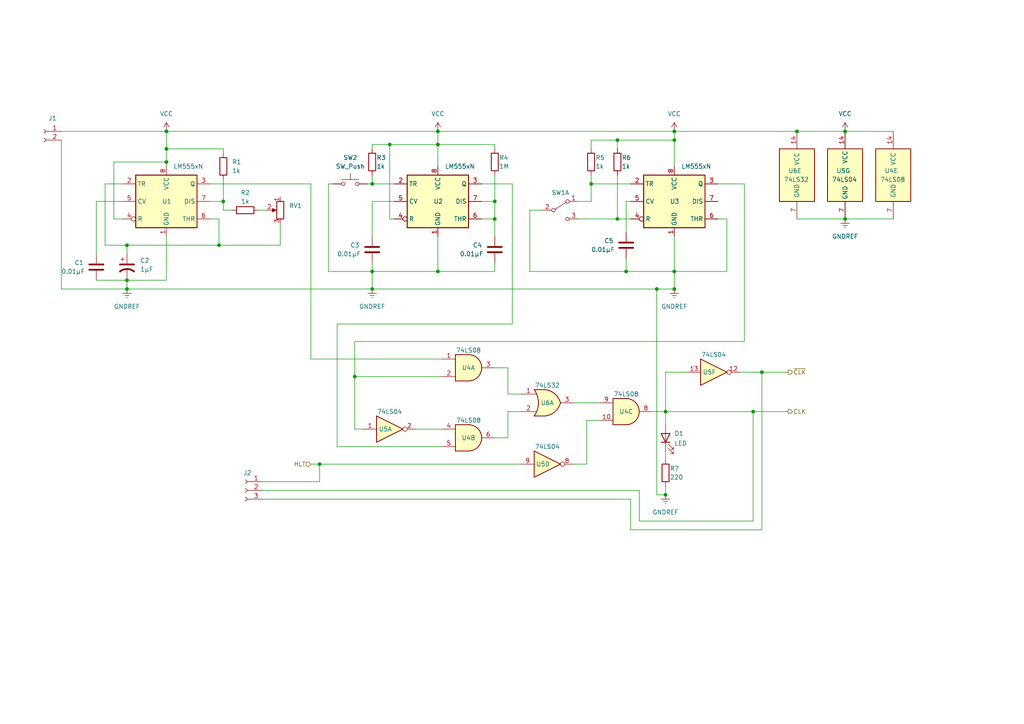
<source format=kicad_sch>
(kicad_sch (version 20211123) (generator eeschema)
  (paper "A4")
  (title_block (title "Clock Module") (date "2022-10-18") (rev "1.0") (company "Ian Jackson") (comment 1 "Design by Ben Eater"))
  (lib_symbols
    (symbol "74xx:74LS04"
      (property "Reference" "U" (at 0 1.27 0))
      (property "Value" "74LS04" (at 0 -1.27 0))
      (symbol "74LS04_1_0"
        (polyline (pts (xy -3.81 3.81) (xy -3.81 -3.81) (xy 3.81 0) (xy -3.81 3.81)) (stroke (width 0.254)) (fill (type background)))
        (pin input line (at -7.62 0 0) (length 3.81) (name "~") (number "1"))
        (pin output inverted (at 7.62 0 180) (length 3.81) (name "~") (number "2"))
      )
      (symbol "74LS04_2_0"
        (polyline (pts (xy -3.81 3.81) (xy -3.81 -3.81) (xy 3.81 0) (xy -3.81 3.81)) (stroke (width 0.254)) (fill (type background)))
        (pin input line (at -7.62 0 0) (length 3.81) (name "~") (number "3"))
        (pin output inverted (at 7.62 0 180) (length 3.81) (name "~") (number "4"))
      )
      (symbol "74LS04_3_0"
        (polyline (pts (xy -3.81 3.81) (xy -3.81 -3.81) (xy 3.81 0) (xy -3.81 3.81)) (stroke (width 0.254)) (fill (type background)))
        (pin input line (at -7.62 0 0) (length 3.81) (name "~") (number "5"))
        (pin output inverted (at 7.62 0 180) (length 3.81) (name "~") (number "6"))
      )
      (symbol "74LS04_4_0"
        (polyline (pts (xy -3.81 3.81) (xy -3.81 -3.81) (xy 3.81 0) (xy -3.81 3.81)) (stroke (width 0.254)) (fill (type background)))
        (pin output inverted (at 7.62 0 180) (length 3.81) (name "~") (number "8"))
        (pin input line (at -7.62 0 0) (length 3.81) (name "~") (number "9"))
      )
      (symbol "74LS04_5_0"
        (polyline (pts (xy -3.81 3.81) (xy -3.81 -3.81) (xy 3.81 0) (xy -3.81 3.81)) (stroke (width 0.254)) (fill (type background)))
        (pin output inverted (at 7.62 0 180) (length 3.81) (name "~") (number "10"))
        (pin input line (at -7.62 0 0) (length 3.81) (name "~") (number "11"))
      )
      (symbol "74LS04_6_0"
        (polyline (pts (xy -3.81 3.81) (xy -3.81 -3.81) (xy 3.81 0) (xy -3.81 3.81)) (stroke (width 0.254)) (fill (type background)))
        (pin output inverted (at 7.62 0 180) (length 3.81) (name "~") (number "12"))
        (pin input line (at -7.62 0 0) (length 3.81) (name "~") (number "13"))
      )
      (symbol "74LS04_7_0"
        (pin power_in line (at 0 12.7 270) (length 5.08) (name "VCC") (number "14"))
        (pin power_in line (at 0 -12.7 90) (length 5.08) (name "GND") (number "7"))
      )
      (symbol "74LS04_7_1"
        (rectangle (start -5.08 7.62) (end 5.08 -7.62) (stroke (width 0.254)) (fill (type background)))
      )
    )
    (symbol "74xx:74LS08" (pin_names (offset 1.016))
      (property "Reference" "U" (at 0 1.27 0))
      (property "Value" "74LS08" (at 0 -1.27 0))
      (symbol "74LS08_1_1"
        (arc (start 0 -3.81) (mid 3.81 0) (end 0 3.81) (stroke (width 0.254)) (fill (type background)))
        (polyline (pts (xy 0 3.81) (xy -3.81 3.81) (xy -3.81 -3.81) (xy 0 -3.81)) (stroke (width 0.254)) (fill (type background)))
        (pin input line (at -7.62 2.54 0) (length 3.81) (name "~") (number "1"))
        (pin input line (at -7.62 -2.54 0) (length 3.81) (name "~") (number "2"))
        (pin output line (at 7.62 0 180) (length 3.81) (name "~") (number "3"))
      )
      (symbol "74LS08_1_2"
        (arc (start -3.81 -3.81) (mid -2.589 0) (end -3.81 3.81) (stroke (width 0.254)))
        (arc (start -0.6096 -3.81) (mid 2.1842 -2.5851) (end 3.81 0) (stroke (width 0.254)) (fill (type background)))
        (polyline (pts (xy -3.81 -3.81) (xy -0.635 -3.81)) (stroke (width 0.254)) (fill (type background)))
        (polyline (pts (xy -3.81 3.81) (xy -0.635 3.81)) (stroke (width 0.254)) (fill (type background)))
        (polyline (pts (xy -0.635 3.81) (xy -3.81 3.81) (xy -3.81 3.81) (xy -3.556 3.4036) (xy -3.0226 2.2606) (xy -2.6924 1.0414) (xy -2.6162 -0.254) (xy -2.7686 -1.4986) (xy -3.175 -2.7178) (xy -3.81 -3.81) (xy -3.81 -3.81) (xy -0.635 -3.81)) (stroke (width -25.4)) (fill (type background)))
        (arc (start 3.81 0) (mid 2.1915 2.5936) (end -0.6096 3.81) (stroke (width 0.254)) (fill (type background)))
        (pin input inverted (at -7.62 2.54 0) (length 4.318) (name "~") (number "1"))
        (pin input inverted (at -7.62 -2.54 0) (length 4.318) (name "~") (number "2"))
        (pin output inverted (at 7.62 0 180) (length 3.81) (name "~") (number "3"))
      )
      (symbol "74LS08_2_1"
        (arc (start 0 -3.81) (mid 3.81 0) (end 0 3.81) (stroke (width 0.254)) (fill (type background)))
        (polyline (pts (xy 0 3.81) (xy -3.81 3.81) (xy -3.81 -3.81) (xy 0 -3.81)) (stroke (width 0.254)) (fill (type background)))
        (pin input line (at -7.62 2.54 0) (length 3.81) (name "~") (number "4"))
        (pin input line (at -7.62 -2.54 0) (length 3.81) (name "~") (number "5"))
        (pin output line (at 7.62 0 180) (length 3.81) (name "~") (number "6"))
      )
      (symbol "74LS08_2_2"
        (arc (start -3.81 -3.81) (mid -2.589 0) (end -3.81 3.81) (stroke (width 0.254)))
        (arc (start -0.6096 -3.81) (mid 2.1842 -2.5851) (end 3.81 0) (stroke (width 0.254)) (fill (type background)))
        (polyline (pts (xy -3.81 -3.81) (xy -0.635 -3.81)) (stroke (width 0.254)) (fill (type background)))
        (polyline (pts (xy -3.81 3.81) (xy -0.635 3.81)) (stroke (width 0.254)) (fill (type background)))
        (polyline (pts (xy -0.635 3.81) (xy -3.81 3.81) (xy -3.81 3.81) (xy -3.556 3.4036) (xy -3.0226 2.2606) (xy -2.6924 1.0414) (xy -2.6162 -0.254) (xy -2.7686 -1.4986) (xy -3.175 -2.7178) (xy -3.81 -3.81) (xy -3.81 -3.81) (xy -0.635 -3.81)) (stroke (width -25.4)) (fill (type background)))
        (arc (start 3.81 0) (mid 2.1915 2.5936) (end -0.6096 3.81) (stroke (width 0.254)) (fill (type background)))
        (pin input inverted (at -7.62 2.54 0) (length 4.318) (name "~") (number "4"))
        (pin input inverted (at -7.62 -2.54 0) (length 4.318) (name "~") (number "5"))
        (pin output inverted (at 7.62 0 180) (length 3.81) (name "~") (number "6"))
      )
      (symbol "74LS08_3_1"
        (arc (start 0 -3.81) (mid 3.81 0) (end 0 3.81) (stroke (width 0.254)) (fill (type background)))
        (polyline (pts (xy 0 3.81) (xy -3.81 3.81) (xy -3.81 -3.81) (xy 0 -3.81)) (stroke (width 0.254)) (fill (type background)))
        (pin input line (at -7.62 -2.54 0) (length 3.81) (name "~") (number "10"))
        (pin output line (at 7.62 0 180) (length 3.81) (name "~") (number "8"))
        (pin input line (at -7.62 2.54 0) (length 3.81) (name "~") (number "9"))
      )
      (symbol "74LS08_3_2"
        (arc (start -3.81 -3.81) (mid -2.589 0) (end -3.81 3.81) (stroke (width 0.254)))
        (arc (start -0.6096 -3.81) (mid 2.1842 -2.5851) (end 3.81 0) (stroke (width 0.254)) (fill (type background)))
        (polyline (pts (xy -3.81 -3.81) (xy -0.635 -3.81)) (stroke (width 0.254)) (fill (type background)))
        (polyline (pts (xy -3.81 3.81) (xy -0.635 3.81)) (stroke (width 0.254)) (fill (type background)))
        (polyline (pts (xy -0.635 3.81) (xy -3.81 3.81) (xy -3.81 3.81) (xy -3.556 3.4036) (xy -3.0226 2.2606) (xy -2.6924 1.0414) (xy -2.6162 -0.254) (xy -2.7686 -1.4986) (xy -3.175 -2.7178) (xy -3.81 -3.81) (xy -3.81 -3.81) (xy -0.635 -3.81)) (stroke (width -25.4)) (fill (type background)))
        (arc (start 3.81 0) (mid 2.1915 2.5936) (end -0.6096 3.81) (stroke (width 0.254)) (fill (type background)))
        (pin input inverted (at -7.62 -2.54 0) (length 4.318) (name "~") (number "10"))
        (pin output inverted (at 7.62 0 180) (length 3.81) (name "~") (number "8"))
        (pin input inverted (at -7.62 2.54 0) (length 4.318) (name "~") (number "9"))
      )
      (symbol "74LS08_4_1"
        (arc (start 0 -3.81) (mid 3.81 0) (end 0 3.81) (stroke (width 0.254)) (fill (type background)))
        (polyline (pts (xy 0 3.81) (xy -3.81 3.81) (xy -3.81 -3.81) (xy 0 -3.81)) (stroke (width 0.254)) (fill (type background)))
        (pin output line (at 7.62 0 180) (length 3.81) (name "~") (number "11"))
        (pin input line (at -7.62 2.54 0) (length 3.81) (name "~") (number "12"))
        (pin input line (at -7.62 -2.54 0) (length 3.81) (name "~") (number "13"))
      )
      (symbol "74LS08_4_2"
        (arc (start -3.81 -3.81) (mid -2.589 0) (end -3.81 3.81) (stroke (width 0.254)))
        (arc (start -0.6096 -3.81) (mid 2.1842 -2.5851) (end 3.81 0) (stroke (width 0.254)) (fill (type background)))
        (polyline (pts (xy -3.81 -3.81) (xy -0.635 -3.81)) (stroke (width 0.254)) (fill (type background)))
        (polyline (pts (xy -3.81 3.81) (xy -0.635 3.81)) (stroke (width 0.254)) (fill (type background)))
        (polyline (pts (xy -0.635 3.81) (xy -3.81 3.81) (xy -3.81 3.81) (xy -3.556 3.4036) (xy -3.0226 2.2606) (xy -2.6924 1.0414) (xy -2.6162 -0.254) (xy -2.7686 -1.4986) (xy -3.175 -2.7178) (xy -3.81 -3.81) (xy -3.81 -3.81) (xy -0.635 -3.81)) (stroke (width -25.4)) (fill (type background)))
        (arc (start 3.81 0) (mid 2.1915 2.5936) (end -0.6096 3.81) (stroke (width 0.254)) (fill (type background)))
        (pin output inverted (at 7.62 0 180) (length 3.81) (name "~") (number "11"))
        (pin input inverted (at -7.62 2.54 0) (length 4.318) (name "~") (number "12"))
        (pin input inverted (at -7.62 -2.54 0) (length 4.318) (name "~") (number "13"))
      )
      (symbol "74LS08_5_0"
        (pin power_in line (at 0 12.7 270) (length 5.08) (name "VCC") (number "14"))
        (pin power_in line (at 0 -12.7 90) (length 5.08) (name "GND") (number "7"))
      )
      (symbol "74LS08_5_1"
        (rectangle (start -5.08 7.62) (end 5.08 -7.62) (stroke (width 0.254)) (fill (type background)))
      )
    )
    (symbol "74xx:74LS32" (pin_names (offset 1.016))
      (property "Reference" "U" (at 0 1.27 0))
      (property "Value" "74LS32" (at 0 -1.27 0))
      (symbol "74LS32_1_1"
        (arc (start -3.81 -3.81) (mid -2.589 0) (end -3.81 3.81) (stroke (width 0.254)))
        (arc (start -0.6096 -3.81) (mid 2.1842 -2.5851) (end 3.81 0) (stroke (width 0.254)) (fill (type background)))
        (polyline (pts (xy -3.81 -3.81) (xy -0.635 -3.81)) (stroke (width 0.254)) (fill (type background)))
        (polyline (pts (xy -3.81 3.81) (xy -0.635 3.81)) (stroke (width 0.254)) (fill (type background)))
        (polyline (pts (xy -0.635 3.81) (xy -3.81 3.81) (xy -3.81 3.81) (xy -3.556 3.4036) (xy -3.0226 2.2606) (xy -2.6924 1.0414) (xy -2.6162 -0.254) (xy -2.7686 -1.4986) (xy -3.175 -2.7178) (xy -3.81 -3.81) (xy -3.81 -3.81) (xy -0.635 -3.81)) (stroke (width -25.4)) (fill (type background)))
        (arc (start 3.81 0) (mid 2.1915 2.5936) (end -0.6096 3.81) (stroke (width 0.254)) (fill (type background)))
        (pin input line (at -7.62 2.54 0) (length 4.318) (name "~") (number "1"))
        (pin input line (at -7.62 -2.54 0) (length 4.318) (name "~") (number "2"))
        (pin output line (at 7.62 0 180) (length 3.81) (name "~") (number "3"))
      )
      (symbol "74LS32_1_2"
        (arc (start 0 -3.81) (mid 3.81 0) (end 0 3.81) (stroke (width 0.254)) (fill (type background)))
        (polyline (pts (xy 0 3.81) (xy -3.81 3.81) (xy -3.81 -3.81) (xy 0 -3.81)) (stroke (width 0.254)) (fill (type background)))
        (pin input inverted (at -7.62 2.54 0) (length 3.81) (name "~") (number "1"))
        (pin input inverted (at -7.62 -2.54 0) (length 3.81) (name "~") (number "2"))
        (pin output inverted (at 7.62 0 180) (length 3.81) (name "~") (number "3"))
      )
      (symbol "74LS32_2_1"
        (arc (start -3.81 -3.81) (mid -2.589 0) (end -3.81 3.81) (stroke (width 0.254)))
        (arc (start -0.6096 -3.81) (mid 2.1842 -2.5851) (end 3.81 0) (stroke (width 0.254)) (fill (type background)))
        (polyline (pts (xy -3.81 -3.81) (xy -0.635 -3.81)) (stroke (width 0.254)) (fill (type background)))
        (polyline (pts (xy -3.81 3.81) (xy -0.635 3.81)) (stroke (width 0.254)) (fill (type background)))
        (polyline (pts (xy -0.635 3.81) (xy -3.81 3.81) (xy -3.81 3.81) (xy -3.556 3.4036) (xy -3.0226 2.2606) (xy -2.6924 1.0414) (xy -2.6162 -0.254) (xy -2.7686 -1.4986) (xy -3.175 -2.7178) (xy -3.81 -3.81) (xy -3.81 -3.81) (xy -0.635 -3.81)) (stroke (width -25.4)) (fill (type background)))
        (arc (start 3.81 0) (mid 2.1915 2.5936) (end -0.6096 3.81) (stroke (width 0.254)) (fill (type background)))
        (pin input line (at -7.62 2.54 0) (length 4.318) (name "~") (number "4"))
        (pin input line (at -7.62 -2.54 0) (length 4.318) (name "~") (number "5"))
        (pin output line (at 7.62 0 180) (length 3.81) (name "~") (number "6"))
      )
      (symbol "74LS32_2_2"
        (arc (start 0 -3.81) (mid 3.81 0) (end 0 3.81) (stroke (width 0.254)) (fill (type background)))
        (polyline (pts (xy 0 3.81) (xy -3.81 3.81) (xy -3.81 -3.81) (xy 0 -3.81)) (stroke (width 0.254)) (fill (type background)))
        (pin input inverted (at -7.62 2.54 0) (length 3.81) (name "~") (number "4"))
        (pin input inverted (at -7.62 -2.54 0) (length 3.81) (name "~") (number "5"))
        (pin output inverted (at 7.62 0 180) (length 3.81) (name "~") (number "6"))
      )
      (symbol "74LS32_3_1"
        (arc (start -3.81 -3.81) (mid -2.589 0) (end -3.81 3.81) (stroke (width 0.254)))
        (arc (start -0.6096 -3.81) (mid 2.1842 -2.5851) (end 3.81 0) (stroke (width 0.254)) (fill (type background)))
        (polyline (pts (xy -3.81 -3.81) (xy -0.635 -3.81)) (stroke (width 0.254)) (fill (type background)))
        (polyline (pts (xy -3.81 3.81) (xy -0.635 3.81)) (stroke (width 0.254)) (fill (type background)))
        (polyline (pts (xy -0.635 3.81) (xy -3.81 3.81) (xy -3.81 3.81) (xy -3.556 3.4036) (xy -3.0226 2.2606) (xy -2.6924 1.0414) (xy -2.6162 -0.254) (xy -2.7686 -1.4986) (xy -3.175 -2.7178) (xy -3.81 -3.81) (xy -3.81 -3.81) (xy -0.635 -3.81)) (stroke (width -25.4)) (fill (type background)))
        (arc (start 3.81 0) (mid 2.1915 2.5936) (end -0.6096 3.81) (stroke (width 0.254)) (fill (type background)))
        (pin input line (at -7.62 -2.54 0) (length 4.318) (name "~") (number "10"))
        (pin output line (at 7.62 0 180) (length 3.81) (name "~") (number "8"))
        (pin input line (at -7.62 2.54 0) (length 4.318) (name "~") (number "9"))
      )
      (symbol "74LS32_3_2"
        (arc (start 0 -3.81) (mid 3.81 0) (end 0 3.81) (stroke (width 0.254)) (fill (type background)))
        (polyline (pts (xy 0 3.81) (xy -3.81 3.81) (xy -3.81 -3.81) (xy 0 -3.81)) (stroke (width 0.254)) (fill (type background)))
        (pin input inverted (at -7.62 -2.54 0) (length 3.81) (name "~") (number "10"))
        (pin output inverted (at 7.62 0 180) (length 3.81) (name "~") (number "8"))
        (pin input inverted (at -7.62 2.54 0) (length 3.81) (name "~") (number "9"))
      )
      (symbol "74LS32_4_1"
        (arc (start -3.81 -3.81) (mid -2.589 0) (end -3.81 3.81) (stroke (width 0.254)))
        (arc (start -0.6096 -3.81) (mid 2.1842 -2.5851) (end 3.81 0) (stroke (width 0.254)) (fill (type background)))
        (polyline (pts (xy -3.81 -3.81) (xy -0.635 -3.81)) (stroke (width 0.254)) (fill (type background)))
        (polyline (pts (xy -3.81 3.81) (xy -0.635 3.81)) (stroke (width 0.254)) (fill (type background)))
        (polyline (pts (xy -0.635 3.81) (xy -3.81 3.81) (xy -3.81 3.81) (xy -3.556 3.4036) (xy -3.0226 2.2606) (xy -2.6924 1.0414) (xy -2.6162 -0.254) (xy -2.7686 -1.4986) (xy -3.175 -2.7178) (xy -3.81 -3.81) (xy -3.81 -3.81) (xy -0.635 -3.81)) (stroke (width -25.4)) (fill (type background)))
        (arc (start 3.81 0) (mid 2.1915 2.5936) (end -0.6096 3.81) (stroke (width 0.254)) (fill (type background)))
        (pin output line (at 7.62 0 180) (length 3.81) (name "~") (number "11"))
        (pin input line (at -7.62 2.54 0) (length 4.318) (name "~") (number "12"))
        (pin input line (at -7.62 -2.54 0) (length 4.318) (name "~") (number "13"))
      )
      (symbol "74LS32_4_2"
        (arc (start 0 -3.81) (mid 3.81 0) (end 0 3.81) (stroke (width 0.254)) (fill (type background)))
        (polyline (pts (xy 0 3.81) (xy -3.81 3.81) (xy -3.81 -3.81) (xy 0 -3.81)) (stroke (width 0.254)) (fill (type background)))
        (pin output inverted (at 7.62 0 180) (length 3.81) (name "~") (number "11"))
        (pin input inverted (at -7.62 2.54 0) (length 3.81) (name "~") (number "12"))
        (pin input inverted (at -7.62 -2.54 0) (length 3.81) (name "~") (number "13"))
      )
      (symbol "74LS32_5_0"
        (pin power_in line (at 0 12.7 270) (length 5.08) (name "VCC") (number "14"))
        (pin power_in line (at 0 -12.7 90) (length 5.08) (name "GND") (number "7"))
      )
      (symbol "74LS32_5_1"
        (rectangle (start -5.08 7.62) (end 5.08 -7.62) (stroke (width 0.254)) (fill (type background)))
      )
    )
    (symbol "Connector:Conn_01x02_Female" (pin_names (offset 1.016) hide)
      (property "Reference" "J" (at 0 2.54 0))
      (property "Value" "Conn_01x02_Female" (at 0 -5.08 0))
      (symbol "Conn_01x02_Female_1_1"
        (arc (start 0 -2.032) (mid -0.508 -2.54) (end 0 -3.048) (stroke (width 0.1524)))
        (polyline (pts (xy -1.27 -2.54) (xy -0.508 -2.54)) (stroke (width 0.1524)))
        (polyline (pts (xy -1.27 0) (xy -0.508 0)) (stroke (width 0.1524)))
        (arc (start 0 0.508) (mid -0.508 0) (end 0 -0.508) (stroke (width 0.1524)))
        (pin passive line (at -5.08 0 0) (length 3.81) (name "Pin_1") (number "1"))
        (pin passive line (at -5.08 -2.54 0) (length 3.81) (name "Pin_2") (number "2"))
      )
    )
    (symbol "Connector:Conn_01x03_Female" (pin_names (offset 1.016) hide)
      (property "Reference" "J" (at 0 5.08 0))
      (property "Value" "Conn_01x03_Female" (at 0 -5.08 0))
      (symbol "Conn_01x03_Female_1_1"
        (arc (start 0 -2.032) (mid -0.508 -2.54) (end 0 -3.048) (stroke (width 0.1524)))
        (polyline (pts (xy -1.27 -2.54) (xy -0.508 -2.54)) (stroke (width 0.1524)))
        (polyline (pts (xy -1.27 0) (xy -0.508 0)) (stroke (width 0.1524)))
        (polyline (pts (xy -1.27 2.54) (xy -0.508 2.54)) (stroke (width 0.1524)))
        (arc (start 0 0.508) (mid -0.508 0) (end 0 -0.508) (stroke (width 0.1524)))
        (arc (start 0 3.048) (mid -0.508 2.54) (end 0 2.032) (stroke (width 0.1524)))
        (pin passive line (at -5.08 2.54 0) (length 3.81) (name "Pin_1") (number "1"))
        (pin passive line (at -5.08 0 0) (length 3.81) (name "Pin_2") (number "2"))
        (pin passive line (at -5.08 -2.54 0) (length 3.81) (name "Pin_3") (number "3"))
      )
    )
    (symbol "Device:C" (pin_numbers hide) (pin_names (offset 0.254))
      (property "Reference" "C" (at 0.635 2.54 0))
      (property "Value" "C" (at 0.635 -2.54 0))
      (symbol "C_0_1"
        (polyline (pts (xy -2.032 -0.762) (xy 2.032 -0.762)) (stroke (width 0.508)))
        (polyline (pts (xy -2.032 0.762) (xy 2.032 0.762)) (stroke (width 0.508)))
      )
      (symbol "C_1_1"
        (pin passive line (at 0 3.81 270) (length 2.794) (name "~") (number "1"))
        (pin passive line (at 0 -3.81 90) (length 2.794) (name "~") (number "2"))
      )
    )
    (symbol "Device:C_Polarized_US" (pin_numbers hide) (pin_names (offset 0.254) hide)
      (property "Reference" "C" (at 0.635 2.54 0))
      (property "Value" "C_Polarized_US" (at 0.635 -2.54 0))
      (symbol "C_Polarized_US_0_1"
        (polyline (pts (xy -2.032 0.762) (xy 2.032 0.762)) (stroke (width 0.508)))
        (polyline (pts (xy -1.778 2.286) (xy -0.762 2.286)))
        (polyline (pts (xy -1.27 1.778) (xy -1.27 2.794)))
        (arc (start 2.032 -1.27) (mid 0 -0.5572) (end -2.032 -1.27) (stroke (width 0.508)))
      )
      (symbol "C_Polarized_US_1_1"
        (pin passive line (at 0 3.81 270) (length 2.794) (name "~") (number "1"))
        (pin passive line (at 0 -3.81 90) (length 3.302) (name "~") (number "2"))
      )
    )
    (symbol "Device:LED" (pin_numbers hide) (pin_names (offset 1.016) hide)
      (property "Reference" "D" (at 0 2.54 0))
      (property "Value" "LED" (at 0 -2.54 0))
      (symbol "LED_0_1"
        (polyline (pts (xy -1.27 -1.27) (xy -1.27 1.27)) (stroke (width 0.254)))
        (polyline (pts (xy -1.27 0) (xy 1.27 0)))
        (polyline (pts (xy 1.27 -1.27) (xy 1.27 1.27) (xy -1.27 0) (xy 1.27 -1.27)) (stroke (width 0.254)))
        (polyline (pts (xy -3.048 -0.762) (xy -4.572 -2.286) (xy -3.81 -2.286) (xy -4.572 -2.286) (xy -4.572 -1.524)))
        (polyline (pts (xy -1.778 -0.762) (xy -3.302 -2.286) (xy -2.54 -2.286) (xy -3.302 -2.286) (xy -3.302 -1.524)))
      )
      (symbol "LED_1_1"
        (pin passive line (at -3.81 0 0) (length 2.54) (name "K") (number "1"))
        (pin passive line (at 3.81 0 180) (length 2.54) (name "A") (number "2"))
      )
    )
    (symbol "Device:R" (pin_numbers hide) (pin_names (offset 0))
      (property "Reference" "R" (at 2.032 0 90))
      (property "Value" "R" (at 0 0 90))
      (symbol "R_0_1"
        (rectangle (start -1.016 -2.54) (end 1.016 2.54) (stroke (width 0.254)))
      )
      (symbol "R_1_1"
        (pin passive line (at 0 3.81 270) (length 1.27) (name "~") (number "1"))
        (pin passive line (at 0 -3.81 90) (length 1.27) (name "~") (number "2"))
      )
    )
    (symbol "Device:R_Potentiometer" (pin_names (offset 1.016) hide)
      (property "Reference" "RV" (at -4.445 0 90))
      (property "Value" "R_Potentiometer" (at -2.54 0 90))
      (symbol "R_Potentiometer_0_1"
        (polyline (pts (xy 2.54 0) (xy 1.524 0)))
        (polyline (pts (xy 1.143 0) (xy 2.286 0.508) (xy 2.286 -0.508) (xy 1.143 0)) (fill (type outline)))
        (rectangle (start 1.016 2.54) (end -1.016 -2.54) (stroke (width 0.254)))
      )
      (symbol "R_Potentiometer_1_1"
        (pin passive line (at 0 3.81 270) (length 1.27) (name "1") (number "1"))
        (pin passive line (at 3.81 0 180) (length 1.27) (name "2") (number "2"))
        (pin passive line (at 0 -3.81 90) (length 1.27) (name "3") (number "3"))
      )
    )
    (symbol "Switch:SW_DPDT_x2" (pin_names (offset 0) hide)
      (property "Reference" "SW" (at 0 4.318 0))
      (property "Value" "SW_DPDT_x2" (at 0 -5.08 0))
      (symbol "SW_DPDT_x2_0_0"
        (circle (center -2.032 0) (radius 0.508))
        (circle (center 2.032 -2.54) (radius 0.508))
      )
      (symbol "SW_DPDT_x2_0_1"
        (polyline (pts (xy -1.524 0.254) (xy 1.651 2.286)))
        (circle (center 2.032 2.54) (radius 0.508))
      )
      (symbol "SW_DPDT_x2_1_1"
        (pin passive line (at 5.08 2.54 180) (length 2.54) (name "A") (number "1"))
        (pin passive line (at -5.08 0 0) (length 2.54) (name "B") (number "2"))
        (pin passive line (at 5.08 -2.54 180) (length 2.54) (name "C") (number "3"))
      )
      (symbol "SW_DPDT_x2_2_1"
        (pin passive line (at 5.08 2.54 180) (length 2.54) (name "A") (number "4"))
        (pin passive line (at -5.08 0 0) (length 2.54) (name "B") (number "5"))
        (pin passive line (at 5.08 -2.54 180) (length 2.54) (name "C") (number "6"))
      )
    )
    (symbol "Switch:SW_Push" (pin_numbers hide) (pin_names (offset 1.016) hide)
      (property "Reference" "SW" (at 1.27 2.54 0))
      (property "Value" "SW_Push" (at 0 -1.524 0))
      (symbol "SW_Push_0_1"
        (circle (center -2.032 0) (radius 0.508))
        (polyline (pts (xy 0 1.27) (xy 0 3.048)))
        (polyline (pts (xy 2.54 1.27) (xy -2.54 1.27)))
        (circle (center 2.032 0) (radius 0.508))
        (pin passive line (at -5.08 0 0) (length 2.54) (name "1") (number "1"))
        (pin passive line (at 5.08 0 180) (length 2.54) (name "2") (number "2"))
      )
    )
    (symbol "Timer:LM555xN"
      (property "Reference" "U" (at -10.16 8.89 0))
      (property "Value" "LM555xN" (at 2.54 8.89 0))
      (symbol "LM555xN_0_0"
        (pin power_in line (at 0 -10.16 90) (length 2.54) (name "GND") (number "1"))
        (pin power_in line (at 0 10.16 270) (length 2.54) (name "VCC") (number "8"))
      )
      (symbol "LM555xN_0_1"
        (rectangle (start -8.89 -7.62) (end 8.89 7.62) (stroke (width 0.254)) (fill (type background)))
        (rectangle (start -8.89 -7.62) (end 8.89 7.62) (stroke (width 0.254)) (fill (type background)))
      )
      (symbol "LM555xN_1_1"
        (pin input line (at -12.7 5.08 0) (length 3.81) (name "TR") (number "2"))
        (pin output line (at 12.7 5.08 180) (length 3.81) (name "Q") (number "3"))
        (pin input inverted (at -12.7 -5.08 0) (length 3.81) (name "R") (number "4"))
        (pin input line (at -12.7 0 0) (length 3.81) (name "CV") (number "5"))
        (pin input line (at 12.7 -5.08 180) (length 3.81) (name "THR") (number "6"))
        (pin input line (at 12.7 0 180) (length 3.81) (name "DIS") (number "7"))
      )
    )
    (symbol "power:GNDREF" (power) (pin_names (offset 0))
      (property "Value" "GNDREF" (at 0 -3.81 0))
      (symbol "GNDREF_0_1"
        (polyline (pts (xy -0.635 -1.905) (xy 0.635 -1.905)))
        (polyline (pts (xy -0.127 -2.54) (xy 0.127 -2.54)))
        (polyline (pts (xy 0 -1.27) (xy 0 0)))
        (polyline (pts (xy 1.27 -1.27) (xy -1.27 -1.27)))
      )
      (symbol "GNDREF_1_1"
        (pin power_in line (at 0 0 270) (length 0) hide (name "GNDREF") (number "1"))
      )
    )
    (symbol "power:VCC" (power) (pin_names (offset 0))
      (property "Value" "VCC" (at 0 3.81 0))
      (symbol "VCC_0_1"
        (polyline (pts (xy -0.762 1.27) (xy 0 2.54)))
        (polyline (pts (xy 0 0) (xy 0 2.54)))
        (polyline (pts (xy 0 2.54) (xy 0.762 1.27)))
      )
      (symbol "VCC_1_1"
        (pin power_in line (at 0 0 90) (length 0) hide (name "VCC") (number "1"))
      )
    )
  )
  (junction (at 195.58 38.1))
  (junction (at 107.95 53.34))
  (junction (at 245.11 38.1))
  (junction (at 193.04 143.51))
  (junction (at 63.5 71.12))
  (junction (at 193.04 119.38))
  (junction (at 107.95 83.82))
  (junction (at 245.11 63.5))
  (junction (at 127 41.91))
  (junction (at 171.45 53.34))
  (junction (at 195.58 40.64))
  (junction (at 220.98 107.95))
  (junction (at 36.83 71.12))
  (junction (at 113.03 41.91))
  (junction (at 179.07 63.5))
  (junction (at 102.87 109.22))
  (junction (at 143.51 63.5))
  (junction (at 48.26 43.18))
  (junction (at 64.77 58.42))
  (junction (at 36.83 81.28))
  (junction (at 179.07 40.64))
  (junction (at 127 78.74))
  (junction (at 48.26 38.1))
  (junction (at 127 38.1))
  (junction (at 36.83 83.82))
  (junction (at 190.5 83.82))
  (junction (at 92.71 134.62))
  (junction (at 143.51 58.42))
  (junction (at 48.26 46.99))
  (junction (at 195.58 78.74))
  (junction (at 195.58 83.82))
  (junction (at 231.14 38.1))
  (junction (at 181.61 78.74))
  (junction (at 218.44 119.38))
  (junction (at 107.95 78.74))
  (wire (pts (xy 107.95 50.8) (xy 107.95 53.34)))
  (wire (pts (xy 30.48 71.12) (xy 30.48 53.34)))
  (wire (pts (xy 210.82 63.5) (xy 210.82 78.74)))
  (wire (pts (xy 214.63 107.95) (xy 220.98 107.95)))
  (wire (pts (xy 48.26 81.28) (xy 36.83 81.28)))
  (wire (pts (xy 143.51 78.74) (xy 127 78.74)))
  (wire (pts (xy 153.67 78.74) (xy 153.67 60.96)))
  (wire (pts (xy 193.04 143.51) (xy 190.5 143.51)))
  (wire (pts (xy 30.48 71.12) (xy 36.83 71.12)))
  (wire (pts (xy 107.95 41.91) (xy 113.03 41.91)))
  (wire (pts (xy 90.17 104.14) (xy 128.27 104.14)))
  (wire (pts (xy 36.83 81.28) (xy 36.83 83.82)))
  (wire (pts (xy 220.98 107.95) (xy 228.6 107.95)))
  (wire (pts (xy 170.18 121.92) (xy 173.99 121.92)))
  (wire (pts (xy 36.83 71.12) (xy 63.5 71.12)))
  (wire (pts (xy 231.14 38.1) (xy 245.11 38.1)))
  (wire (pts (xy 179.07 63.5) (xy 182.88 63.5)))
  (wire (pts (xy 170.18 134.62) (xy 170.18 121.92)))
  (wire (pts (xy 81.28 64.77) (xy 81.28 71.12)))
  (wire (pts (xy 143.51 106.68) (xy 147.32 106.68)))
  (wire (pts (xy 128.27 129.54) (xy 97.79 129.54)))
  (wire (pts (xy 245.11 63.5) (xy 259.08 63.5)))
  (wire (pts (xy 92.71 139.7) (xy 92.71 134.62)))
  (wire (pts (xy 107.95 53.34) (xy 114.3 53.34)))
  (wire (pts (xy 245.11 38.1) (xy 259.08 38.1)))
  (wire (pts (xy 195.58 78.74) (xy 195.58 83.82)))
  (wire (pts (xy 81.28 71.12) (xy 63.5 71.12)))
  (wire (pts (xy 95.25 78.74) (xy 107.95 78.74)))
  (wire (pts (xy 167.64 63.5) (xy 179.07 63.5)))
  (wire (pts (xy 127 38.1) (xy 195.58 38.1)))
  (wire (pts (xy 35.56 63.5) (xy 33.02 63.5)))
  (wire (pts (xy 199.39 107.95) (xy 193.04 107.95)))
  (wire (pts (xy 208.28 63.5) (xy 210.82 63.5)))
  (wire (pts (xy 147.32 127) (xy 147.32 119.38)))
  (wire (pts (xy 92.71 134.62) (xy 151.13 134.62)))
  (wire (pts (xy 166.37 116.84) (xy 173.99 116.84)))
  (wire (pts (xy 107.95 78.74) (xy 107.95 83.82)))
  (wire (pts (xy 195.58 68.58) (xy 195.58 78.74)))
  (wire (pts (xy 76.2 139.7) (xy 92.71 139.7)))
  (wire (pts (xy 218.44 119.38) (xy 228.6 119.38)))
  (wire (pts (xy 102.87 99.06) (xy 102.87 109.22)))
  (wire (pts (xy 106.68 53.34) (xy 107.95 53.34)))
  (wire (pts (xy 167.64 58.42) (xy 171.45 58.42)))
  (wire (pts (xy 139.7 63.5) (xy 143.51 63.5)))
  (wire (pts (xy 64.77 60.96) (xy 64.77 58.42)))
  (wire (pts (xy 102.87 109.22) (xy 128.27 109.22)))
  (wire (pts (xy 193.04 107.95) (xy 193.04 119.38)))
  (wire (pts (xy 113.03 63.5) (xy 113.03 41.91)))
  (wire (pts (xy 143.51 127) (xy 147.32 127)))
  (wire (pts (xy 193.04 123.19) (xy 193.04 119.38)))
  (wire (pts (xy 107.95 43.18) (xy 107.95 41.91)))
  (wire (pts (xy 179.07 40.64) (xy 195.58 40.64)))
  (wire (pts (xy 63.5 63.5) (xy 63.5 71.12)))
  (wire (pts (xy 143.51 76.2) (xy 143.51 78.74)))
  (wire (pts (xy 231.14 63.5) (xy 245.11 63.5)))
  (wire (pts (xy 127 41.91) (xy 143.51 41.91)))
  (wire (pts (xy 64.77 58.42) (xy 64.77 52.07)))
  (wire (pts (xy 33.02 63.5) (xy 33.02 46.99)))
  (wire (pts (xy 182.88 144.78) (xy 182.88 153.67)))
  (wire (pts (xy 190.5 143.51) (xy 190.5 83.82)))
  (wire (pts (xy 195.58 38.1) (xy 231.14 38.1)))
  (wire (pts (xy 181.61 78.74) (xy 153.67 78.74)))
  (wire (pts (xy 67.31 60.96) (xy 64.77 60.96)))
  (wire (pts (xy 90.17 53.34) (xy 90.17 104.14)))
  (wire (pts (xy 127 38.1) (xy 127 41.91)))
  (wire (pts (xy 148.59 53.34) (xy 148.59 93.98)))
  (wire (pts (xy 166.37 134.62) (xy 170.18 134.62)))
  (wire (pts (xy 171.45 40.64) (xy 179.07 40.64)))
  (wire (pts (xy 179.07 40.64) (xy 179.07 43.18)))
  (wire (pts (xy 153.67 60.96) (xy 157.48 60.96)))
  (wire (pts (xy 36.83 83.82) (xy 107.95 83.82)))
  (wire (pts (xy 195.58 40.64) (xy 195.58 48.26)))
  (wire (pts (xy 148.59 93.98) (xy 97.79 93.98)))
  (wire (pts (xy 60.96 58.42) (xy 64.77 58.42)))
  (wire (pts (xy 17.78 38.1) (xy 48.26 38.1)))
  (wire (pts (xy 210.82 78.74) (xy 195.58 78.74)))
  (wire (pts (xy 76.2 142.24) (xy 185.42 142.24)))
  (wire (pts (xy 181.61 58.42) (xy 181.61 67.31)))
  (wire (pts (xy 17.78 40.64) (xy 17.78 83.82)))
  (wire (pts (xy 97.79 93.98) (xy 97.79 129.54)))
  (wire (pts (xy 48.26 68.58) (xy 48.26 81.28)))
  (wire (pts (xy 143.51 58.42) (xy 143.51 63.5)))
  (wire (pts (xy 36.83 71.12) (xy 36.83 73.66)))
  (wire (pts (xy 107.95 76.2) (xy 107.95 78.74)))
  (wire (pts (xy 190.5 83.82) (xy 195.58 83.82)))
  (wire (pts (xy 218.44 151.13) (xy 218.44 119.38)))
  (wire (pts (xy 147.32 114.3) (xy 151.13 114.3)))
  (wire (pts (xy 76.2 144.78) (xy 182.88 144.78)))
  (wire (pts (xy 147.32 106.68) (xy 147.32 114.3)))
  (wire (pts (xy 114.3 63.5) (xy 113.03 63.5)))
  (wire (pts (xy 30.48 53.34) (xy 35.56 53.34)))
  (wire (pts (xy 193.04 140.97) (xy 193.04 143.51)))
  (wire (pts (xy 139.7 58.42) (xy 143.51 58.42)))
  (wire (pts (xy 90.17 134.62) (xy 92.71 134.62)))
  (wire (pts (xy 105.41 124.46) (xy 102.87 124.46)))
  (wire (pts (xy 107.95 78.74) (xy 127 78.74)))
  (wire (pts (xy 17.78 83.82) (xy 36.83 83.82)))
  (wire (pts (xy 48.26 38.1) (xy 127 38.1)))
  (wire (pts (xy 171.45 53.34) (xy 182.88 53.34)))
  (wire (pts (xy 96.52 53.34) (xy 95.25 53.34)))
  (wire (pts (xy 64.77 43.18) (xy 64.77 44.45)))
  (wire (pts (xy 195.58 38.1) (xy 195.58 40.64)))
  (wire (pts (xy 102.87 109.22) (xy 102.87 124.46)))
  (wire (pts (xy 27.94 58.42) (xy 27.94 73.66)))
  (wire (pts (xy 143.51 63.5) (xy 143.51 68.58)))
  (wire (pts (xy 171.45 43.18) (xy 171.45 40.64)))
  (wire (pts (xy 193.04 119.38) (xy 189.23 119.38)))
  (wire (pts (xy 143.51 50.8) (xy 143.51 58.42)))
  (wire (pts (xy 113.03 41.91) (xy 127 41.91)))
  (wire (pts (xy 60.96 53.34) (xy 90.17 53.34)))
  (wire (pts (xy 193.04 119.38) (xy 218.44 119.38)))
  (wire (pts (xy 120.65 124.46) (xy 128.27 124.46)))
  (wire (pts (xy 195.58 78.74) (xy 181.61 78.74)))
  (wire (pts (xy 185.42 142.24) (xy 185.42 151.13)))
  (wire (pts (xy 147.32 119.38) (xy 151.13 119.38)))
  (wire (pts (xy 143.51 41.91) (xy 143.51 43.18)))
  (wire (pts (xy 185.42 151.13) (xy 218.44 151.13)))
  (wire (pts (xy 171.45 58.42) (xy 171.45 53.34)))
  (wire (pts (xy 107.95 58.42) (xy 107.95 68.58)))
  (wire (pts (xy 74.93 60.96) (xy 77.47 60.96)))
  (wire (pts (xy 48.26 38.1) (xy 48.26 43.18)))
  (wire (pts (xy 127 41.91) (xy 127 48.26)))
  (wire (pts (xy 220.98 107.95) (xy 220.98 153.67)))
  (wire (pts (xy 181.61 74.93) (xy 181.61 78.74)))
  (wire (pts (xy 95.25 53.34) (xy 95.25 78.74)))
  (wire (pts (xy 33.02 46.99) (xy 48.26 46.99)))
  (wire (pts (xy 139.7 53.34) (xy 148.59 53.34)))
  (wire (pts (xy 215.9 53.34) (xy 215.9 99.06)))
  (wire (pts (xy 208.28 53.34) (xy 215.9 53.34)))
  (wire (pts (xy 35.56 58.42) (xy 27.94 58.42)))
  (wire (pts (xy 182.88 58.42) (xy 181.61 58.42)))
  (wire (pts (xy 60.96 63.5) (xy 63.5 63.5)))
  (wire (pts (xy 171.45 53.34) (xy 171.45 50.8)))
  (wire (pts (xy 179.07 50.8) (xy 179.07 63.5)))
  (wire (pts (xy 48.26 48.26) (xy 48.26 46.99)))
  (wire (pts (xy 193.04 130.81) (xy 193.04 133.35)))
  (wire (pts (xy 48.26 43.18) (xy 48.26 46.99)))
  (wire (pts (xy 182.88 153.67) (xy 220.98 153.67)))
  (wire (pts (xy 102.87 99.06) (xy 215.9 99.06)))
  (wire (pts (xy 27.94 81.28) (xy 36.83 81.28)))
  (wire (pts (xy 107.95 83.82) (xy 190.5 83.82)))
  (wire (pts (xy 127 78.74) (xy 127 68.58)))
  (wire (pts (xy 114.3 58.42) (xy 107.95 58.42)))
  (wire (pts (xy 48.26 43.18) (xy 64.77 43.18)))
  (hierarchical_label "CLK" (shape output) (at 228.6 119.38 0))
  (hierarchical_label "~{CLK}" (shape output) (at 228.6 107.95 0))
  (hierarchical_label "HLT" (shape input) (at 90.17 134.62 180))
  (symbol (lib_id "74xx:74LS32") (at 231.14 50.8 0) (unit 5)
    (property "Reference" "U6" (at 228.6 49.53 0) (effects (justify left)))
    (property "Value" "74LS32" (at 227.33 52.07 0) (effects (justify left)))
    (property "Footprint" "Package_DIP:DIP-14_W7.62mm" (effects hide))
    (property "Datasheet" "http://www.ti.com/lit/gpn/sn74LS32" (effects hide))
  )
  (symbol (lib_id "Device:R") (at 71.12 60.96 90) (unit 1)
    (property "Reference" "R2" (at 71.12 55.88 90))
    (property "Value" "1k" (at 71.12 58.42 90))
    (property "Footprint" "Resistor_THT:R_Axial_DIN0204_L3.6mm_D1.6mm_P7.62mm_Horizontal" (effects hide))
  )
  (symbol (lib_id "74xx:74LS08") (at 135.89 127 0) (unit 2)
    (property "Reference" "U4" (at 135.89 127 0))
    (property "Value" "74LS08" (at 135.89 121.92 0))
    (property "Footprint" "Package_DIP:DIP-14_W7.62mm" (effects hide))
    (property "Datasheet" "http://www.ti.com/lit/gpn/sn74LS08" (effects hide))
  )
  (symbol (lib_id "74xx:74LS08") (at 135.89 106.68 0) (unit 1)
    (property "Reference" "U4" (at 135.89 106.68 0))
    (property "Value" "74LS08" (at 135.89 101.6 0))
    (property "Footprint" "Package_DIP:DIP-14_W7.62mm" (effects hide))
    (property "Datasheet" "http://www.ti.com/lit/gpn/sn74LS08" (effects hide))
  )
  (symbol (lib_id "power:GNDREF") (at 195.58 83.82 0) (unit 1)
    (property "Reference" "#PWR0102" (effects hide))
    (property "Value" "GNDREF" (at 195.58 88.9 0))
  )
  (symbol (lib_id "Device:C") (at 27.94 77.47 0) (unit 1)
    (property "Reference" "C1" (at 21.59 76.2 0) (effects (justify left)))
    (property "Value" "0.01µF" (at 17.78 78.74 0) (effects (justify left)))
    (property "Footprint" "Capacitor_THT:CP_Radial_D8.0mm_P3.50mm" (effects hide))
  )
  (symbol (lib_id "Device:R") (at 179.07 46.99 0) (unit 1)
    (property "Reference" "R6" (at 180.34 45.72 0) (effects (justify left)))
    (property "Value" "1k" (at 180.34 48.26 0) (effects (justify left)))
    (property "Footprint" "Resistor_THT:R_Axial_DIN0204_L3.6mm_D1.6mm_P7.62mm_Horizontal" (effects hide))
  )
  (symbol (lib_id "Switch:SW_DPDT_x2") (at 162.56 60.96 0) (unit 1)
    (property "Reference" "SW1" (at 162.56 55.88 0))
    (property "Value" "SW_DPDT_x2" (effects hide))
    (property "Footprint" "Button_Switch_THT:SW_E-Switch_EG1271_DPDT" (effects hide))
  )
  (symbol (lib_id "Device:R") (at 193.04 137.16 0) (unit 1)
    (property "Reference" "R7" (at 194.31 135.89 0) (effects (justify left)))
    (property "Value" "220" (at 194.31 138.43 0) (effects (justify left)))
    (property "Footprint" "Resistor_THT:R_Axial_DIN0204_L3.6mm_D1.6mm_P7.62mm_Horizontal" (effects hide))
  )
  (symbol (lib_id "Device:R") (at 64.77 48.26 0) (unit 1)
    (property "Reference" "R1" (at 67.31 46.9899 0) (effects (justify left)))
    (property "Value" "1k" (at 67.31 49.5299 0) (effects (justify left)))
    (property "Footprint" "Resistor_THT:R_Axial_DIN0204_L3.6mm_D1.6mm_P7.62mm_Horizontal" (effects hide))
  )
  (symbol (lib_id "74xx:74LS04") (at 113.03 124.46 0) (unit 1)
    (property "Reference" "U5" (at 111.76 124.46 0))
    (property "Value" "74LS04" (at 113.03 119.38 0))
    (property "Footprint" "Package_DIP:DIP-14_W7.62mm" (effects hide))
    (property "Datasheet" "http://www.ti.com/lit/gpn/sn74LS04" (effects hide))
  )
  (symbol (lib_id "74xx:74LS04") (at 207.01 107.95 0) (unit 6)
    (property "Reference" "U5" (at 205.74 107.95 0))
    (property "Value" "74LS04" (at 207.01 102.87 0))
    (property "Footprint" "Package_DIP:DIP-14_W7.62mm" (effects hide))
    (property "Datasheet" "http://www.ti.com/lit/gpn/sn74LS04" (effects hide))
  )
  (symbol (lib_id "power:GNDREF") (at 107.95 83.82 0) (unit 1)
    (property "Reference" "#PWR0104" (effects hide))
    (property "Value" "GNDREF" (at 107.95 88.9 0))
  )
  (symbol (lib_id "Timer:LM555xN") (at 195.58 58.42 0) (unit 1)
    (property "Reference" "U3" (at 194.31 58.42 0) (effects (justify left)))
    (property "Value" "LM555xN" (at 197.5994 48.26 0) (effects (justify left)))
    (property "Footprint" "Package_DIP:DIP-8_W7.62mm" (effects hide))
    (property "Datasheet" "http://www.ti.com/lit/ds/symlink/lm555.pdf" (effects hide))
  )
  (symbol (lib_id "74xx:74LS08") (at 259.08 50.8 0) (unit 5)
    (property "Reference" "U4" (at 256.54 49.53 0) (effects (justify left)))
    (property "Value" "74LS08" (at 255.27 52.07 0) (effects (justify left)))
    (property "Footprint" "Package_DIP:DIP-14_W7.62mm" (effects hide))
    (property "Datasheet" "http://www.ti.com/lit/gpn/sn74LS08" (effects hide))
  )
  (symbol (lib_id "Device:C_Polarized_US") (at 36.83 77.47 0) (unit 1)
    (property "Reference" "C2" (at 40.64 75.5649 0) (effects (justify left)))
    (property "Value" "1µF" (at 40.64 78.1049 0) (effects (justify left)))
    (property "Footprint" "Capacitor_THT:CP_Radial_D4.0mm_P2.00mm" (effects hide))
  )
  (symbol (lib_id "Device:C") (at 107.95 72.39 0) (unit 1)
    (property "Reference" "C3" (at 101.6 71.12 0) (effects (justify left)))
    (property "Value" "0.01µF" (at 97.79 73.66 0) (effects (justify left)))
    (property "Footprint" "Capacitor_THT:CP_Radial_D8.0mm_P3.50mm" (effects hide))
  )
  (symbol (lib_id "power:VCC") (at 127 38.1 0) (unit 1)
    (property "Reference" "#PWR0103" (effects hide))
    (property "Value" "VCC" (at 127 33.02 0))
  )
  (symbol (lib_id "power:VCC") (at 48.26 38.1 0) (unit 1)
    (property "Reference" "#PWR0101" (effects hide))
    (property "Value" "VCC" (at 48.26 33.02 0))
  )
  (symbol (lib_id "power:VCC") (at 245.11 38.1 0) (unit 1)
    (property "Reference" "#PWR0106" (effects hide))
    (property "Value" "VCC" (at 245.11 33.02 0))
  )
  (symbol (lib_id "Device:LED") (at 193.04 127 90) (unit 1)
    (property "Reference" "D1" (at 195.58 125.73 90) (effects (justify right)))
    (property "Value" "LED" (at 195.58 128.5874 90) (effects (justify right)))
    (property "Footprint" "LED_THT:LED_D5.0mm" (effects hide))
  )
  (symbol (lib_id "Connector:Conn_01x03_Female") (at 71.12 142.24 0) (mirror y) (unit 1)
    (property "Reference" "J2" (at 71.755 137.16 0))
    (property "Value" "Conn_01x03_Female" (effects hide))
    (property "Footprint" "Connector_PinHeader_2.54mm:PinHeader_1x03_P2.54mm_Vertical" (effects hide))
  )
  (symbol (lib_id "Device:C") (at 143.51 72.39 0) (unit 1)
    (property "Reference" "C4" (at 137.16 71.12 0) (effects (justify left)))
    (property "Value" "0.01µF" (at 133.35 73.66 0) (effects (justify left)))
    (property "Footprint" "Capacitor_THT:CP_Radial_D8.0mm_P3.50mm" (effects hide))
  )
  (symbol (lib_id "Device:R") (at 171.45 46.99 0) (unit 1)
    (property "Reference" "R5" (at 172.72 45.72 0) (effects (justify left)))
    (property "Value" "1k" (at 172.72 48.26 0) (effects (justify left)))
    (property "Footprint" "Resistor_THT:R_Axial_DIN0204_L3.6mm_D1.6mm_P7.62mm_Horizontal" (effects hide))
  )
  (symbol (lib_id "74xx:74LS32") (at 158.75 116.84 0) (unit 1)
    (property "Reference" "U6" (at 158.75 116.84 0))
    (property "Value" "74LS32" (at 158.75 111.76 0))
    (property "Footprint" "Package_DIP:DIP-14_W7.62mm" (effects hide))
    (property "Datasheet" "http://www.ti.com/lit/gpn/sn74LS32" (effects hide))
  )
  (symbol (lib_id "power:VCC") (at 195.58 38.1 0) (unit 1)
    (property "Reference" "#PWR0105" (effects hide))
    (property "Value" "VCC" (at 195.58 33.02 0))
  )
  (symbol (lib_id "Device:R") (at 143.51 46.99 0) (unit 1)
    (property "Reference" "R4" (at 144.78 45.72 0) (effects (justify left)))
    (property "Value" "1M" (at 144.78 48.26 0) (effects (justify left)))
    (property "Footprint" "Resistor_THT:R_Axial_DIN0204_L3.6mm_D1.6mm_P7.62mm_Horizontal" (effects hide))
  )
  (symbol (lib_id "power:GNDREF") (at 36.83 83.82 0) (unit 1)
    (property "Reference" "#PWR0107" (effects hide))
    (property "Value" "GNDREF" (at 36.83 88.9 0))
  )
  (symbol (lib_id "Switch:SW_Push") (at 101.6 53.34 0) (unit 1)
    (property "Reference" "SW2" (at 101.6 45.72 0))
    (property "Value" "SW_Push" (at 101.6 48.26 0))
    (property "Footprint" "Button_Switch_THT:SW_PUSH_6mm_H7.3mm" (effects hide))
  )
  (symbol (lib_id "Device:C") (at 181.61 71.12 0) (unit 1)
    (property "Reference" "C5" (at 175.26 69.85 0) (effects (justify left)))
    (property "Value" "0.01µF" (at 171.45 72.39 0) (effects (justify left)))
    (property "Footprint" "Capacitor_THT:CP_Radial_D8.0mm_P3.50mm" (effects hide))
  )
  (symbol (lib_id "74xx:74LS04") (at 158.75 134.62 0) (unit 4)
    (property "Reference" "U5" (at 157.48 134.62 0))
    (property "Value" "74LS04" (at 158.75 129.54 0))
    (property "Footprint" "Package_DIP:DIP-14_W7.62mm" (effects hide))
    (property "Datasheet" "http://www.ti.com/lit/gpn/sn74LS04" (effects hide))
  )
  (symbol (lib_id "Timer:LM555xN") (at 127 58.42 0) (unit 1)
    (property "Reference" "U2" (at 125.73 58.42 0) (effects (justify left)))
    (property "Value" "LM555xN" (at 129.0194 48.26 0) (effects (justify left)))
    (property "Footprint" "Package_DIP:DIP-8_W7.62mm" (effects hide))
    (property "Datasheet" "http://www.ti.com/lit/ds/symlink/lm555.pdf" (effects hide))
  )
  (symbol (lib_id "74xx:74LS04") (at 245.11 50.8 0) (unit 7)
    (property "Reference" "U5" (at 242.57 49.53 0) (effects (justify left)))
    (property "Value" "74LS04" (at 241.3 52.07 0) (effects (justify left)))
    (property "Footprint" "Package_DIP:DIP-14_W7.62mm" (effects hide))
    (property "Datasheet" "http://www.ti.com/lit/gpn/sn74LS04" (effects hide))
  )
  (symbol (lib_id "power:GNDREF") (at 193.04 143.51 0) (unit 1)
    (property "Reference" "#PWR0108" (effects hide))
    (property "Value" "GNDREF" (at 193.04 148.59 0))
  )
  (symbol (lib_id "Timer:LM555xN") (at 48.26 58.42 0) (unit 1)
    (property "Reference" "U1" (at 46.99 58.42 0) (effects (justify left)))
    (property "Value" "LM555xN" (at 50.2794 48.26 0) (effects (justify left)))
    (property "Footprint" "Package_DIP:DIP-8_W7.62mm" (effects hide))
    (property "Datasheet" "http://www.ti.com/lit/ds/symlink/lm555.pdf" (effects hide))
  )
  (symbol (lib_id "Device:R") (at 107.95 46.99 0) (unit 1)
    (property "Reference" "R3" (at 109.22 45.72 0) (effects (justify left)))
    (property "Value" "1k" (at 109.22 48.26 0) (effects (justify left)))
    (property "Footprint" "Resistor_THT:R_Axial_DIN0204_L3.6mm_D1.6mm_P7.62mm_Horizontal" (effects hide))
  )
  (symbol (lib_id "74xx:74LS08") (at 181.61 119.38 0) (unit 3)
    (property "Reference" "U4" (at 181.61 119.38 0))
    (property "Value" "74LS08" (at 181.61 114.3 0))
    (property "Footprint" "Package_DIP:DIP-14_W7.62mm" (effects hide))
    (property "Datasheet" "http://www.ti.com/lit/gpn/sn74LS08" (effects hide))
  )
  (symbol (lib_id "Connector:Conn_01x02_Female") (at 12.7 38.1 0) (mirror y) (unit 1)
    (property "Reference" "J1" (at 15.24 34.29 0))
    (property "Value" "Conn_01x02_Female" (effects hide))
    (property "Footprint" "Connector_PinHeader_2.54mm:PinHeader_1x02_P2.54mm_Vertical" (effects hide))
  )
  (symbol (lib_id "Device:R_Potentiometer") (at 81.28 60.96 0) (mirror y) (unit 1)
    (property "Reference" "RV1" (at 83.82 59.6899 0) (effects (justify right)))
    (property "Value" "R_Potentiometer" (effects hide))
    (property "Footprint" "Potentiometer_THT:Potentiometer_Bourns_3299W_Vertical" (effects hide))
  )
  (symbol (lib_id "power:GNDREF") (at 245.11 63.5 0) (unit 1)
    (property "Reference" "#PWR0109" (effects hide))
    (property "Value" "GNDREF" (at 245.11 68.58 0))
  )
)
</source>
